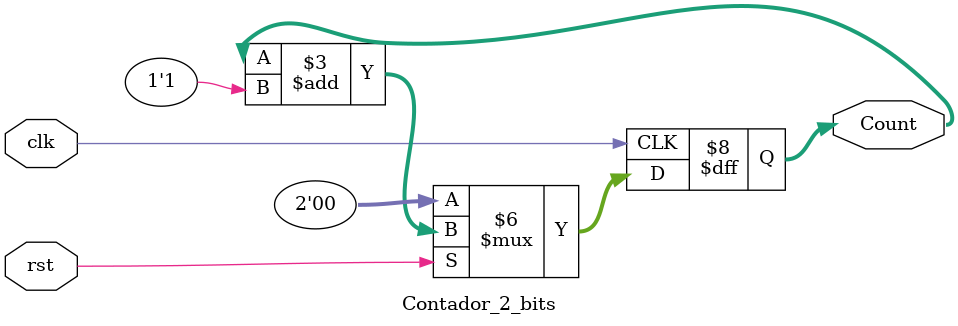
<source format=v>
`timescale 1ns / 1ps
module Contador_2_bits(
 input wire clk,
 input wire rst,
 output reg [1:0]Count=0
);

always @(posedge clk)
      if (!rst)
         Count <= 0;
      else
         Count <= (Count + 1'd1);
endmodule






</source>
